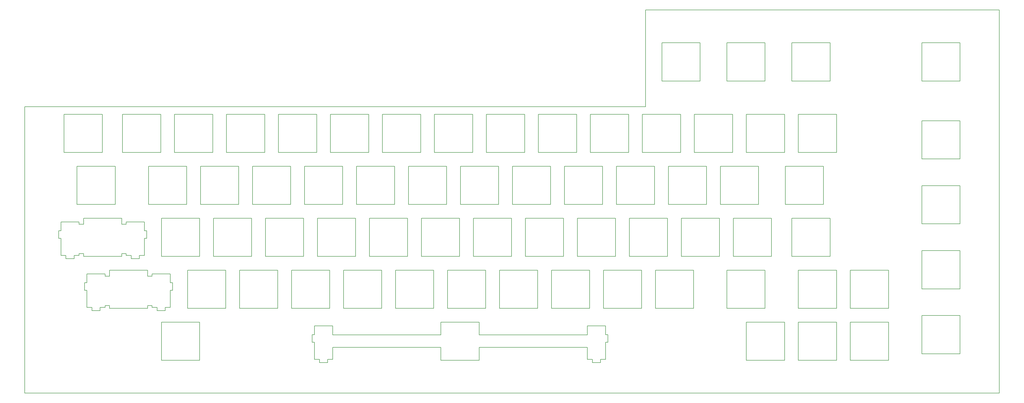
<source format=gbr>
%TF.GenerationSoftware,KiCad,Pcbnew,7.0.10*%
%TF.CreationDate,2024-01-05T01:58:32-05:00*%
%TF.ProjectId,plate,706c6174-652e-46b6-9963-61645f706362,rev?*%
%TF.SameCoordinates,Original*%
%TF.FileFunction,Profile,NP*%
%FSLAX46Y46*%
G04 Gerber Fmt 4.6, Leading zero omitted, Abs format (unit mm)*
G04 Created by KiCad (PCBNEW 7.0.10) date 2024-01-05 01:58:32*
%MOMM*%
%LPD*%
G01*
G04 APERTURE LIST*
%TA.AperFunction,Profile*%
%ADD10C,0.200000*%
%TD*%
G04 APERTURE END LIST*
D10*
X-30480000Y-104994000D02*
X326708000Y-104994000D01*
X197020000Y35500000D02*
X197020000Y0D01*
X-2820000Y-73564000D02*
X-2820000Y-74764000D01*
X162257000Y-35794000D02*
X148257000Y-35794000D01*
X-7645000Y-64494000D02*
X-7645000Y-61264000D01*
X48245000Y-59894000D02*
X62245000Y-59894000D01*
X-11286300Y-21794000D02*
X2713700Y-21794000D01*
X24432500Y-2744000D02*
X38432500Y-2744000D01*
X175739000Y-83644000D02*
X175739000Y-80314000D01*
X298276000Y-42937800D02*
X298276000Y-28937800D01*
X182389000Y-86344000D02*
X182389000Y-92614000D01*
X272082000Y-73894000D02*
X272082000Y-59894000D01*
X247982000Y-16744000D02*
X233982000Y-16744000D01*
X272082000Y-59894000D02*
X286082000Y-59894000D01*
X129207000Y-21794000D02*
X143207000Y-21794000D01*
X19670000Y-78944000D02*
X33670000Y-78944000D01*
X-2048800Y-2744000D02*
X-2048800Y-16744000D01*
X-7645000Y-67294000D02*
X-8520000Y-67294000D01*
X181307000Y-21794000D02*
X181307000Y-35794000D01*
X124157000Y-21794000D02*
X124157000Y-35794000D01*
X16235000Y-62164000D02*
X16235000Y-61264000D01*
X247982000Y-2744000D02*
X247982000Y-16744000D01*
X247982000Y-92944000D02*
X233982000Y-92944000D01*
X19670000Y-40844000D02*
X33670000Y-40844000D01*
X172070000Y-54844000D02*
X172070000Y-40844000D01*
X23760000Y-64494000D02*
X23760000Y-67294000D01*
X-15345000Y-55714000D02*
X-15345000Y-54514000D01*
X298276000Y-90562800D02*
X298276000Y-76562800D01*
X28907500Y-35794000D02*
X14907500Y-35794000D01*
X298276000Y-52750300D02*
X312276000Y-52750300D01*
X-16048800Y-16744000D02*
X-16048800Y-2744000D01*
X312276000Y-42937800D02*
X298276000Y-42937800D01*
X57770000Y-54844000D02*
X57770000Y-40844000D01*
X286082000Y-73894000D02*
X272082000Y-73894000D01*
X91107000Y-35794000D02*
X91107000Y-21794000D01*
X13360000Y-48244000D02*
X13360000Y-54514000D01*
X8535000Y-54514000D02*
X6710000Y-54514000D01*
X74864000Y-86344000D02*
X74864000Y-83544000D01*
X298276000Y-76562800D02*
X312276000Y-76562800D01*
X29195000Y-59894000D02*
X43195000Y-59894000D01*
X312276000Y23450000D02*
X312276000Y9450000D01*
X-30480000Y0D02*
X-30480000Y-104994000D01*
X53007500Y-21794000D02*
X67007500Y-21794000D01*
X200645000Y-73894000D02*
X200645000Y-59894000D01*
X52720000Y-40844000D02*
X52720000Y-54844000D01*
X77564000Y-93814000D02*
X77564000Y-92614000D01*
X203026000Y9450000D02*
X203026000Y23450000D01*
X72057000Y-21794000D02*
X86057000Y-21794000D01*
X-8905000Y-54844000D02*
X-8905000Y-53814000D01*
X229220000Y-40844000D02*
X243220000Y-40844000D01*
X76820000Y-54844000D02*
X76820000Y-40844000D01*
X86345000Y-73894000D02*
X86345000Y-59894000D01*
X148257000Y-21794000D02*
X162257000Y-21794000D01*
X181595000Y-73894000D02*
X181595000Y-59894000D01*
X74864000Y-83544000D02*
X75739000Y-83544000D01*
X38432500Y-16744000D02*
X24432500Y-16744000D01*
X262270000Y-35794000D02*
X248270000Y-35794000D01*
X14620000Y-62164000D02*
X16235000Y-62164000D01*
X195882000Y-16744000D02*
X195882000Y-2744000D01*
X19670000Y-92944000D02*
X19670000Y-78944000D01*
X80564000Y-92614000D02*
X80564000Y-93814000D01*
X177564000Y-93814000D02*
X177564000Y-92614000D01*
X210170000Y-54844000D02*
X210170000Y-40844000D01*
X167307000Y-21794000D02*
X181307000Y-21794000D01*
X138445000Y-59894000D02*
X138445000Y-73894000D01*
X57770000Y-40844000D02*
X71770000Y-40844000D01*
X129207000Y-35794000D02*
X129207000Y-21794000D01*
X81295000Y-59894000D02*
X81295000Y-73894000D01*
X-7645000Y-61264000D02*
X-995000Y-61264000D01*
X5095000Y-53814000D02*
X5095000Y-54844000D01*
X-12345000Y-54514000D02*
X-12345000Y-55714000D01*
X114920000Y-40844000D02*
X128920000Y-40844000D01*
X22885000Y-61264000D02*
X22885000Y-64494000D01*
X122064000Y-83644000D02*
X122064000Y-78944000D01*
X298276000Y-66750300D02*
X298276000Y-52750300D01*
X14620000Y-59894000D02*
X14620000Y-62164000D01*
X162545000Y-59894000D02*
X176545000Y-59894000D01*
X620000Y-59894000D02*
X14620000Y-59894000D01*
X219407000Y-21794000D02*
X219407000Y-35794000D01*
X-8905000Y-43114000D02*
X-8905000Y-40844000D01*
X620000Y-72864000D02*
X-995000Y-72864000D01*
X217026000Y23450000D02*
X217026000Y9450000D01*
X191120000Y-40844000D02*
X205120000Y-40844000D01*
X298276000Y-5125300D02*
X312276000Y-5125300D01*
X312276000Y-76562800D02*
X312276000Y-90562800D01*
X-10520000Y-42214000D02*
X-10520000Y-43114000D01*
X326708000Y-104994000D02*
X326708000Y35500000D01*
X175739000Y-80314000D02*
X182389000Y-80314000D01*
X243220000Y-54844000D02*
X229220000Y-54844000D01*
X183264000Y-83544000D02*
X183264000Y-86344000D01*
X109870000Y-54844000D02*
X95870000Y-54844000D01*
X-995000Y-61264000D02*
X-995000Y-62164000D01*
X153020000Y-40844000D02*
X167020000Y-40844000D01*
X136064000Y-88244000D02*
X136064000Y-92944000D01*
X62245000Y-59894000D02*
X62245000Y-73894000D01*
X21060000Y-74764000D02*
X18060000Y-74764000D01*
X124445000Y-73894000D02*
X124445000Y-59894000D01*
X264651000Y9450000D02*
X250651000Y9450000D01*
X86345000Y-59894000D02*
X100345000Y-59894000D01*
X110157000Y-35794000D02*
X110157000Y-21794000D01*
X43482500Y-16744000D02*
X43482500Y-2744000D01*
X-17170000Y-45444000D02*
X-17170000Y-42214000D01*
X122064000Y-88244000D02*
X82389000Y-88244000D01*
X253032000Y-78944000D02*
X267032000Y-78944000D01*
X2713700Y-35794000D02*
X-11286300Y-35794000D01*
X11535000Y-55714000D02*
X8535000Y-55714000D01*
X5095000Y-40844000D02*
X5095000Y-43114000D01*
X33670000Y-54844000D02*
X19670000Y-54844000D01*
X19382500Y-2744000D02*
X19382500Y-16744000D01*
X226839000Y-73894000D02*
X226839000Y-59894000D01*
X224170000Y-54844000D02*
X210170000Y-54844000D01*
X38432500Y-2744000D02*
X38432500Y-16744000D01*
X200357000Y-21794000D02*
X200357000Y-35794000D01*
X181307000Y-35794000D02*
X167307000Y-35794000D01*
X-17170000Y-54514000D02*
X-17170000Y-48244000D01*
X-5820000Y-73564000D02*
X-7645000Y-73564000D01*
X147970000Y-54844000D02*
X133970000Y-54844000D01*
X214932000Y-16744000D02*
X214932000Y-2744000D01*
X105107000Y-21794000D02*
X105107000Y-35794000D01*
X43482500Y-2744000D02*
X57482500Y-2744000D01*
X312276000Y-66750300D02*
X298276000Y-66750300D01*
X67295000Y-59894000D02*
X81295000Y-59894000D01*
X33670000Y-78944000D02*
X33670000Y-92944000D01*
X143495000Y-59894000D02*
X157495000Y-59894000D01*
X133682000Y-16744000D02*
X119682000Y-16744000D01*
X233982000Y-78944000D02*
X247982000Y-78944000D01*
X67007500Y-21794000D02*
X67007500Y-35794000D01*
X136064000Y-78944000D02*
X136064000Y-83644000D01*
X620000Y-62164000D02*
X620000Y-59894000D01*
X182389000Y-80314000D02*
X182389000Y-83544000D01*
X14620000Y-73894000D02*
X620000Y-73894000D01*
X76532000Y-2744000D02*
X76532000Y-16744000D01*
X6710000Y-53814000D02*
X5095000Y-53814000D01*
X43195000Y-59894000D02*
X43195000Y-73894000D01*
X229220000Y-54844000D02*
X229220000Y-40844000D01*
X82389000Y-92614000D02*
X80564000Y-92614000D01*
X186357000Y-35794000D02*
X186357000Y-21794000D01*
X186357000Y-21794000D02*
X200357000Y-21794000D01*
X24432500Y-16744000D02*
X24432500Y-2744000D01*
X180564000Y-92614000D02*
X180564000Y-93814000D01*
X77564000Y-92614000D02*
X75739000Y-92614000D01*
X233982000Y-92944000D02*
X233982000Y-78944000D01*
X200645000Y-59894000D02*
X214645000Y-59894000D01*
X247982000Y-78944000D02*
X247982000Y-92944000D01*
X138732000Y-2744000D02*
X152732000Y-2744000D01*
X33670000Y-92944000D02*
X19670000Y-92944000D01*
X86057000Y-35794000D02*
X72057000Y-35794000D01*
X95582000Y-16744000D02*
X81582000Y-16744000D01*
X13360000Y-42214000D02*
X13360000Y-45444000D01*
X240839000Y9450000D02*
X226839000Y9450000D01*
X-10520000Y-53814000D02*
X-10520000Y-54514000D01*
X62532500Y-2744000D02*
X76532000Y-2744000D01*
X109870000Y-40844000D02*
X109870000Y-54844000D01*
X138445000Y-73894000D02*
X124445000Y-73894000D01*
X-7645000Y-73564000D02*
X-7645000Y-67294000D01*
X162545000Y-73894000D02*
X162545000Y-59894000D01*
X14620000Y-72864000D02*
X14620000Y-73894000D01*
X298276000Y23450000D02*
X312276000Y23450000D01*
X190832000Y-2744000D02*
X190832000Y-16744000D01*
X182389000Y-92614000D02*
X180564000Y-92614000D01*
X224457000Y-35794000D02*
X224457000Y-21794000D01*
X8535000Y-55714000D02*
X8535000Y-54514000D01*
X33957500Y-35794000D02*
X33957500Y-21794000D01*
X143207000Y-21794000D02*
X143207000Y-35794000D01*
X136064000Y-83644000D02*
X175739000Y-83644000D01*
X38720000Y-54844000D02*
X38720000Y-40844000D01*
X18060000Y-74764000D02*
X18060000Y-73564000D01*
X-2820000Y-74764000D02*
X-5820000Y-74764000D01*
X312276000Y-19125300D02*
X298276000Y-19125300D01*
X6710000Y-42214000D02*
X13360000Y-42214000D01*
X226839000Y23450000D02*
X240839000Y23450000D01*
X175739000Y-88244000D02*
X136064000Y-88244000D01*
X114632000Y-2744000D02*
X114632000Y-16744000D01*
X326708000Y35500000D02*
X197020000Y35500000D01*
X13360000Y-54514000D02*
X11535000Y-54514000D01*
X267032000Y-78944000D02*
X267032000Y-92944000D01*
X209882000Y-2744000D02*
X209882000Y-16744000D01*
X298276000Y9450000D02*
X298276000Y23450000D01*
X148257000Y-35794000D02*
X148257000Y-21794000D01*
X152732000Y-16744000D02*
X138732000Y-16744000D01*
X138732000Y-16744000D02*
X138732000Y-2744000D01*
X75739000Y-80314000D02*
X82389000Y-80314000D01*
X22885000Y-73564000D02*
X21060000Y-73564000D01*
X312276000Y-28937800D02*
X312276000Y-42937800D01*
X5382500Y-16744000D02*
X5382500Y-2744000D01*
X217026000Y9450000D02*
X203026000Y9450000D01*
X82389000Y-83644000D02*
X122064000Y-83644000D01*
X19670000Y-54844000D02*
X19670000Y-40844000D01*
X91107000Y-21794000D02*
X105107000Y-21794000D01*
X14235000Y-48244000D02*
X13360000Y-48244000D01*
X171782000Y-16744000D02*
X157782000Y-16744000D01*
X48245000Y-73894000D02*
X48245000Y-59894000D01*
X312276000Y-5125300D02*
X312276000Y-19125300D01*
X157495000Y-59894000D02*
X157495000Y-73894000D01*
X-15345000Y-54514000D02*
X-17170000Y-54514000D01*
X253032000Y-2744000D02*
X267032000Y-2744000D01*
X6710000Y-43114000D02*
X6710000Y-42214000D01*
X-17170000Y-48244000D02*
X-18045000Y-48244000D01*
X253032000Y-59894000D02*
X267032000Y-59894000D01*
X18060000Y-73564000D02*
X16235000Y-73564000D01*
X205120000Y-54844000D02*
X191120000Y-54844000D01*
X240839000Y23450000D02*
X240839000Y9450000D01*
X19382500Y-16744000D02*
X5382500Y-16744000D01*
X298276000Y-19125300D02*
X298276000Y-5125300D01*
X312276000Y-52750300D02*
X312276000Y-66750300D01*
X176832000Y-2744000D02*
X190832000Y-2744000D01*
X71770000Y-54844000D02*
X57770000Y-54844000D01*
X203026000Y23450000D02*
X217026000Y23450000D01*
X33957500Y-21794000D02*
X47957500Y-21794000D01*
X147970000Y-40844000D02*
X147970000Y-54844000D01*
X100632000Y-2744000D02*
X114632000Y-2744000D01*
X186070000Y-40844000D02*
X186070000Y-54844000D01*
X22885000Y-64494000D02*
X23760000Y-64494000D01*
X264651000Y-54844000D02*
X250651000Y-54844000D01*
X133970000Y-54844000D02*
X133970000Y-40844000D01*
X240839000Y-59894000D02*
X240839000Y-73894000D01*
X250651000Y-40844000D02*
X264651000Y-40844000D01*
X124445000Y-59894000D02*
X138445000Y-59894000D01*
X28907500Y-21794000D02*
X28907500Y-35794000D01*
X-12345000Y-55714000D02*
X-15345000Y-55714000D01*
X124157000Y-35794000D02*
X110157000Y-35794000D01*
X233982000Y-16744000D02*
X233982000Y-2744000D01*
X122064000Y-78944000D02*
X136064000Y-78944000D01*
X238457000Y-35794000D02*
X224457000Y-35794000D01*
X228932000Y-2744000D02*
X228932000Y-16744000D01*
X62532500Y-16744000D02*
X62532500Y-2744000D01*
X76532000Y-16744000D02*
X62532500Y-16744000D01*
X286082000Y-59894000D02*
X286082000Y-73894000D01*
X100345000Y-73894000D02*
X86345000Y-73894000D01*
X176545000Y-59894000D02*
X176545000Y-73894000D01*
X2713700Y-21794000D02*
X2713700Y-35794000D01*
X214645000Y-59894000D02*
X214645000Y-73894000D01*
X21060000Y-73564000D02*
X21060000Y-74764000D01*
X119682000Y-16744000D02*
X119682000Y-2744000D01*
X226839000Y-59894000D02*
X240839000Y-59894000D01*
X200357000Y-35794000D02*
X186357000Y-35794000D01*
X312276000Y9450000D02*
X298276000Y9450000D01*
X248270000Y-21794000D02*
X262270000Y-21794000D01*
X13360000Y-45444000D02*
X14235000Y-45444000D01*
X175739000Y-92614000D02*
X175739000Y-88244000D01*
X262270000Y-21794000D02*
X262270000Y-35794000D01*
X81582000Y-2744000D02*
X95582000Y-2744000D01*
X157782000Y-16744000D02*
X157782000Y-2744000D01*
X47957500Y-21794000D02*
X47957500Y-35794000D01*
X57482500Y-16744000D02*
X43482500Y-16744000D01*
X210170000Y-40844000D02*
X224170000Y-40844000D01*
X167020000Y-54844000D02*
X153020000Y-54844000D01*
X75739000Y-83544000D02*
X75739000Y-80314000D01*
X181595000Y-59894000D02*
X195595000Y-59894000D01*
X-18045000Y-48244000D02*
X-18045000Y-45444000D01*
X119395000Y-73894000D02*
X105395000Y-73894000D01*
X62245000Y-73894000D02*
X48245000Y-73894000D01*
X81582000Y-16744000D02*
X81582000Y-2744000D01*
X110157000Y-21794000D02*
X124157000Y-21794000D01*
X136064000Y-92944000D02*
X122064000Y-92944000D01*
X-8520000Y-64494000D02*
X-7645000Y-64494000D01*
X57482500Y-2744000D02*
X57482500Y-16744000D01*
X267032000Y-73894000D02*
X253032000Y-73894000D01*
X105107000Y-35794000D02*
X91107000Y-35794000D01*
X620000Y-73894000D02*
X620000Y-72864000D01*
X-5820000Y-74764000D02*
X-5820000Y-73564000D01*
X182389000Y-83544000D02*
X183264000Y-83544000D01*
X240839000Y-73894000D02*
X226839000Y-73894000D01*
X167020000Y-40844000D02*
X167020000Y-54844000D01*
X-2048800Y-16744000D02*
X-16048800Y-16744000D01*
X224457000Y-21794000D02*
X238457000Y-21794000D01*
X75739000Y-92614000D02*
X75739000Y-86344000D01*
X177564000Y-92614000D02*
X175739000Y-92614000D01*
X114920000Y-54844000D02*
X114920000Y-40844000D01*
X90820000Y-40844000D02*
X90820000Y-54844000D01*
X228932000Y-16744000D02*
X214932000Y-16744000D01*
X-11286300Y-35794000D02*
X-11286300Y-21794000D01*
X197020000Y0D02*
X-30480000Y0D01*
X143207000Y-35794000D02*
X129207000Y-35794000D01*
X82389000Y-88244000D02*
X82389000Y-92614000D01*
X253032000Y-92944000D02*
X253032000Y-78944000D01*
X14235000Y-45444000D02*
X14235000Y-48244000D01*
X153020000Y-54844000D02*
X153020000Y-40844000D01*
X5382500Y-2744000D02*
X19382500Y-2744000D01*
X272082000Y-78944000D02*
X286082000Y-78944000D01*
X180564000Y-93814000D02*
X177564000Y-93814000D01*
X253032000Y-16744000D02*
X253032000Y-2744000D01*
X250651000Y-54844000D02*
X250651000Y-40844000D01*
X38720000Y-40844000D02*
X52720000Y-40844000D01*
X133970000Y-40844000D02*
X147970000Y-40844000D01*
X119682000Y-2744000D02*
X133682000Y-2744000D01*
X264651000Y23450000D02*
X264651000Y9450000D01*
X176545000Y-73894000D02*
X162545000Y-73894000D01*
X86057000Y-21794000D02*
X86057000Y-35794000D01*
X172070000Y-40844000D02*
X186070000Y-40844000D01*
X75739000Y-86344000D02*
X74864000Y-86344000D01*
X105395000Y-73894000D02*
X105395000Y-59894000D01*
X52720000Y-54844000D02*
X38720000Y-54844000D01*
X205120000Y-40844000D02*
X205120000Y-54844000D01*
X267032000Y-16744000D02*
X253032000Y-16744000D01*
X190832000Y-16744000D02*
X176832000Y-16744000D01*
X-995000Y-73564000D02*
X-2820000Y-73564000D01*
X81295000Y-73894000D02*
X67295000Y-73894000D01*
X5095000Y-43114000D02*
X6710000Y-43114000D01*
X195595000Y-59894000D02*
X195595000Y-73894000D01*
X143495000Y-73894000D02*
X143495000Y-59894000D01*
X29195000Y-73894000D02*
X29195000Y-59894000D01*
X67007500Y-35794000D02*
X53007500Y-35794000D01*
X272082000Y-92944000D02*
X272082000Y-78944000D01*
X16235000Y-61264000D02*
X22885000Y-61264000D01*
X176832000Y-16744000D02*
X176832000Y-2744000D01*
X-8905000Y-53814000D02*
X-10520000Y-53814000D01*
X47957500Y-35794000D02*
X33957500Y-35794000D01*
X171782000Y-2744000D02*
X171782000Y-16744000D01*
X100345000Y-59894000D02*
X100345000Y-73894000D01*
X226839000Y9450000D02*
X226839000Y23450000D01*
X205407000Y-35794000D02*
X205407000Y-21794000D01*
X250651000Y23450000D02*
X264651000Y23450000D01*
X95582000Y-2744000D02*
X95582000Y-16744000D01*
X214645000Y-73894000D02*
X200645000Y-73894000D01*
X128920000Y-40844000D02*
X128920000Y-54844000D01*
X162257000Y-21794000D02*
X162257000Y-35794000D01*
X157782000Y-2744000D02*
X171782000Y-2744000D01*
X152732000Y-2744000D02*
X152732000Y-16744000D01*
X233982000Y-2744000D02*
X247982000Y-2744000D01*
X-17170000Y-42214000D02*
X-10520000Y-42214000D01*
X209882000Y-16744000D02*
X195882000Y-16744000D01*
X157495000Y-73894000D02*
X143495000Y-73894000D01*
X43195000Y-73894000D02*
X29195000Y-73894000D01*
X72057000Y-35794000D02*
X72057000Y-21794000D01*
X90820000Y-54844000D02*
X76820000Y-54844000D01*
X238457000Y-21794000D02*
X238457000Y-35794000D01*
X195595000Y-73894000D02*
X181595000Y-73894000D01*
X167307000Y-35794000D02*
X167307000Y-21794000D01*
X250651000Y9450000D02*
X250651000Y23450000D01*
X219407000Y-35794000D02*
X205407000Y-35794000D01*
X53007500Y-35794000D02*
X53007500Y-21794000D01*
X-10520000Y-43114000D02*
X-8905000Y-43114000D01*
X23760000Y-67294000D02*
X22885000Y-67294000D01*
X119395000Y-59894000D02*
X119395000Y-73894000D01*
X243220000Y-40844000D02*
X243220000Y-54844000D01*
X224170000Y-40844000D02*
X224170000Y-54844000D01*
X128920000Y-54844000D02*
X114920000Y-54844000D01*
X312276000Y-90562800D02*
X298276000Y-90562800D01*
X105395000Y-59894000D02*
X119395000Y-59894000D01*
X-8905000Y-40844000D02*
X5095000Y-40844000D01*
X195882000Y-2744000D02*
X209882000Y-2744000D01*
X122064000Y-92944000D02*
X122064000Y-88244000D01*
X267032000Y-2744000D02*
X267032000Y-16744000D01*
X14907500Y-21794000D02*
X28907500Y-21794000D01*
X298276000Y-28937800D02*
X312276000Y-28937800D01*
X-8520000Y-67294000D02*
X-8520000Y-64494000D01*
X71770000Y-40844000D02*
X71770000Y-54844000D01*
X191120000Y-54844000D02*
X191120000Y-40844000D01*
X-10520000Y-54514000D02*
X-12345000Y-54514000D01*
X14907500Y-35794000D02*
X14907500Y-21794000D01*
X82389000Y-80314000D02*
X82389000Y-83644000D01*
X-16048800Y-2744000D02*
X-2048800Y-2744000D01*
X16235000Y-73564000D02*
X16235000Y-72864000D01*
X267032000Y-59894000D02*
X267032000Y-73894000D01*
X253032000Y-73894000D02*
X253032000Y-59894000D01*
X80564000Y-93814000D02*
X77564000Y-93814000D01*
X-995000Y-62164000D02*
X620000Y-62164000D01*
X267032000Y-92944000D02*
X253032000Y-92944000D01*
X100632000Y-16744000D02*
X100632000Y-2744000D01*
X183264000Y-86344000D02*
X182389000Y-86344000D01*
X95870000Y-40844000D02*
X109870000Y-40844000D01*
X214932000Y-2744000D02*
X228932000Y-2744000D01*
X286082000Y-78944000D02*
X286082000Y-92944000D01*
X6710000Y-54514000D02*
X6710000Y-53814000D01*
X76820000Y-40844000D02*
X90820000Y-40844000D01*
X5095000Y-54844000D02*
X-8905000Y-54844000D01*
X16235000Y-72864000D02*
X14620000Y-72864000D01*
X248270000Y-35794000D02*
X248270000Y-21794000D01*
X114632000Y-16744000D02*
X100632000Y-16744000D01*
X205407000Y-21794000D02*
X219407000Y-21794000D01*
X133682000Y-2744000D02*
X133682000Y-16744000D01*
X264651000Y-40844000D02*
X264651000Y-54844000D01*
X33670000Y-40844000D02*
X33670000Y-54844000D01*
X22885000Y-67294000D02*
X22885000Y-73564000D01*
X286082000Y-92944000D02*
X272082000Y-92944000D01*
X11535000Y-54514000D02*
X11535000Y-55714000D01*
X186070000Y-54844000D02*
X172070000Y-54844000D01*
X-995000Y-72864000D02*
X-995000Y-73564000D01*
X67295000Y-73894000D02*
X67295000Y-59894000D01*
X-18045000Y-45444000D02*
X-17170000Y-45444000D01*
X95870000Y-54844000D02*
X95870000Y-40844000D01*
M02*

</source>
